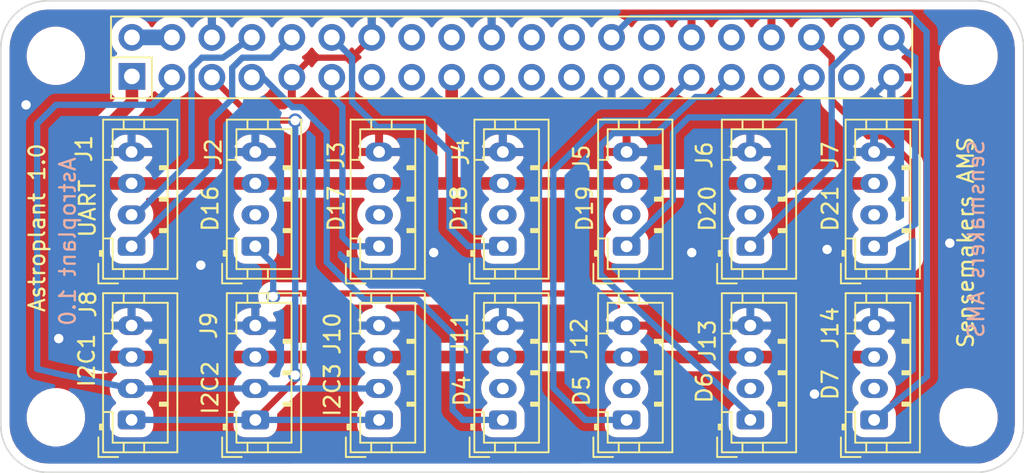
<source format=kicad_pcb>
(kicad_pcb (version 20171130) (host pcbnew "(5.1.4-0-10_14)")
  (title_block (date "15 nov 2012"))
  (layers (0 F.Cu signal hide) (31 B.Cu signal hide) (34 B.Paste user hide) (35 F.Paste user hide) (36 B.SilkS user hide) (37 F.SilkS user) (38 B.Mask user) (39 F.Mask user hide) (44 Edge.Cuts user))
  (net 0 "")
  (net 1 +3V3)
  (net 2 +5V)
  (net 3 GND)
  (net 4 /ID_SD)
  (net 5 /ID_SC)
  (net 6 /GPIO5)
  (net 7 /GPIO6)
  (net 8 /GPIO26)
  (net 9 /GPIO16)
  (net 10 /RXD0)
  (net 11 /TXD0)
  (net 12 "Net-(J2-Pad2)")
  (net 13 /GPIO17)
  (net 14 "Net-(J3-Pad2)")
  (net 15 "Net-(J4-Pad2)")
  (net 16 /GPIO18)
  (net 17 /GPIO19)
  (net 18 "Net-(J5-Pad2)")
  (net 19 "Net-(J6-Pad2)")
  (net 20 /GPIO20)
  (net 21 "Net-(J7-Pad2)")
  (net 22 /GPIO21)
  (net 23 /SCL1)
  (net 24 /SDA1)
  (net 25 "Net-(J11-Pad2)")
  (net 26 /GPIO4)
  (net 27 "Net-(J12-Pad2)")
  (net 28 "Net-(J13-Pad2)")
  (net 29 /GPIO7)
  (net 30 "Net-(J14-Pad2)")
  (net 31 /GPIO27)
  (net 32 /GPIO22)
  (net 33 /GPIO10)
  (net 34 /GPIO9)
  (net 35 /GPIO11)
  (net 36 /GPIO13)
  (net 37 /GPIO23)
  (net 38 /GPIO24)
  (net 39 /GPIO25)
  (net 40 /GPIO8)
  (net 41 /GPIO12)
  (module MountingHole:MountingHole_2.7mm (layer F.Cu) (at 261.5 120.5)
    (fp_text reference H4 hide)
    (fp_text value MountingHole)
    (pad "" np_thru_hole circle (at 0 0) (size 2.7 2.7) (drill 2.7) (layers *.Cu *.Mask))
  )
  (module MountingHole:MountingHole_2.7mm (layer F.Cu) (at 261.5 97.5)
    (fp_text reference H3 hide)
    (fp_text value MountingHole)
    (pad "" np_thru_hole circle (at 0 0) (size 2.7 2.7) (drill 2.7) (layers *.Cu *.Mask))
  )
  (module MountingHole:MountingHole_2.7mm (layer F.Cu) (at 203.5 120.5)
    (fp_text reference H2 hide)
    (fp_text value MountingHole)
    (pad "" np_thru_hole circle (at 0 0) (size 2.7 2.7) (drill 2.7) (layers *.Cu *.Mask))
  )
  (module MountingHole:MountingHole_2.7mm (layer F.Cu) (at 203.5 97.5)
    (fp_text reference H1 hide)
    (fp_text value MountingHole)
    (pad "" np_thru_hole circle (at 0 0) (size 2.7 2.7) (drill 2.7) (layers *.Cu *.Mask))
  )
  (module Connector_PinSocket_2.54mm:PinSocket_2x20_P2.54mm_Vertical (layer F.Cu) (at 208.33374 96.3298 90)
    (fp_text reference J15 hide)
    (fp_text value Conn_02x20_Pi)
    (pad 39 thru_hole oval (at -2.54 48.26 90) (size 1.7 1.7) (drill 1) (layers *.Cu *.Mask) (net 3 GND))
    (pad 40 thru_hole oval (at 0 48.26 90) (size 1.7 1.7) (drill 1) (layers *.Cu *.Mask) (net 22 /GPIO21))
    (pad 37 thru_hole oval (at -2.54 45.72 90) (size 1.7 1.7) (drill 1) (layers *.Cu *.Mask) (net 8 /GPIO26))
    (pad 38 thru_hole oval (at 0 45.72 90) (size 1.7 1.7) (drill 1) (layers *.Cu *.Mask) (net 20 /GPIO20))
    (pad 35 thru_hole oval (at -2.54 43.18 90) (size 1.7 1.7) (drill 1) (layers *.Cu *.Mask) (net 17 /GPIO19))
    (pad 36 thru_hole oval (at 0 43.18 90) (size 1.7 1.7) (drill 1) (layers *.Cu *.Mask) (net 9 /GPIO16))
    (pad 33 thru_hole oval (at -2.54 40.64 90) (size 1.7 1.7) (drill 1) (layers *.Cu *.Mask) (net 36 /GPIO13))
    (pad 34 thru_hole oval (at 0 40.64 90) (size 1.7 1.7) (drill 1) (layers *.Cu *.Mask) (net 3 GND))
    (pad 31 thru_hole oval (at -2.54 38.1 90) (size 1.7 1.7) (drill 1) (layers *.Cu *.Mask) (net 7 /GPIO6))
    (pad 32 thru_hole oval (at 0 38.1 90) (size 1.7 1.7) (drill 1) (layers *.Cu *.Mask) (net 41 /GPIO12))
    (pad 29 thru_hole oval (at -2.54 35.56 90) (size 1.7 1.7) (drill 1) (layers *.Cu *.Mask) (net 6 /GPIO5))
    (pad 30 thru_hole oval (at 0 35.56 90) (size 1.7 1.7) (drill 1) (layers *.Cu *.Mask) (net 3 GND))
    (pad 27 thru_hole oval (at -2.54 33.02 90) (size 1.7 1.7) (drill 1) (layers *.Cu *.Mask) (net 4 /ID_SD))
    (pad 28 thru_hole oval (at 0 33.02 90) (size 1.7 1.7) (drill 1) (layers *.Cu *.Mask) (net 5 /ID_SC))
    (pad 25 thru_hole oval (at -2.54 30.48 90) (size 1.7 1.7) (drill 1) (layers *.Cu *.Mask) (net 3 GND))
    (pad 26 thru_hole oval (at 0 30.48 90) (size 1.7 1.7) (drill 1) (layers *.Cu *.Mask) (net 29 /GPIO7))
    (pad 23 thru_hole oval (at -2.54 27.94 90) (size 1.7 1.7) (drill 1) (layers *.Cu *.Mask) (net 35 /GPIO11))
    (pad 24 thru_hole oval (at 0 27.94 90) (size 1.7 1.7) (drill 1) (layers *.Cu *.Mask) (net 40 /GPIO8))
    (pad 21 thru_hole oval (at -2.54 25.4 90) (size 1.7 1.7) (drill 1) (layers *.Cu *.Mask) (net 34 /GPIO9))
    (pad 22 thru_hole oval (at 0 25.4 90) (size 1.7 1.7) (drill 1) (layers *.Cu *.Mask) (net 39 /GPIO25))
    (pad 19 thru_hole oval (at -2.54 22.86 90) (size 1.7 1.7) (drill 1) (layers *.Cu *.Mask) (net 33 /GPIO10))
    (pad 20 thru_hole oval (at 0 22.86 90) (size 1.7 1.7) (drill 1) (layers *.Cu *.Mask) (net 3 GND))
    (pad 17 thru_hole oval (at -2.54 20.32 90) (size 1.7 1.7) (drill 1) (layers *.Cu *.Mask) (net 1 +3V3))
    (pad 18 thru_hole oval (at 0 20.32 90) (size 1.7 1.7) (drill 1) (layers *.Cu *.Mask) (net 38 /GPIO24))
    (pad 15 thru_hole oval (at -2.54 17.78 90) (size 1.7 1.7) (drill 1) (layers *.Cu *.Mask) (net 32 /GPIO22))
    (pad 16 thru_hole oval (at 0 17.78 90) (size 1.7 1.7) (drill 1) (layers *.Cu *.Mask) (net 37 /GPIO23))
    (pad 13 thru_hole oval (at -2.54 15.24 90) (size 1.7 1.7) (drill 1) (layers *.Cu *.Mask) (net 31 /GPIO27))
    (pad 14 thru_hole oval (at 0 15.24 90) (size 1.7 1.7) (drill 1) (layers *.Cu *.Mask) (net 3 GND))
    (pad 11 thru_hole oval (at -2.54 12.7 90) (size 1.7 1.7) (drill 1) (layers *.Cu *.Mask) (net 13 /GPIO17))
    (pad 12 thru_hole oval (at 0 12.7 90) (size 1.7 1.7) (drill 1) (layers *.Cu *.Mask) (net 16 /GPIO18))
    (pad 9 thru_hole oval (at -2.54 10.16 90) (size 1.7 1.7) (drill 1) (layers *.Cu *.Mask) (net 3 GND))
    (pad 10 thru_hole oval (at 0 10.16 90) (size 1.7 1.7) (drill 1) (layers *.Cu *.Mask) (net 10 /RXD0))
    (pad 7 thru_hole oval (at -2.54 7.62 90) (size 1.7 1.7) (drill 1) (layers *.Cu *.Mask) (net 26 /GPIO4))
    (pad 8 thru_hole oval (at 0 7.62 90) (size 1.7 1.7) (drill 1) (layers *.Cu *.Mask) (net 11 /TXD0))
    (pad 5 thru_hole oval (at -2.54 5.08 90) (size 1.7 1.7) (drill 1) (layers *.Cu *.Mask) (net 23 /SCL1))
    (pad 6 thru_hole oval (at 0 5.08 90) (size 1.7 1.7) (drill 1) (layers *.Cu *.Mask) (net 3 GND))
    (pad 3 thru_hole oval (at -2.54 2.54 90) (size 1.7 1.7) (drill 1) (layers *.Cu *.Mask) (net 24 /SDA1))
    (pad 4 thru_hole oval (at 0 2.54 90) (size 1.7 1.7) (drill 1) (layers *.Cu *.Mask) (net 2 +5V))
    (pad 1 thru_hole rect (at -2.47904 0 90) (size 1.7 1.7) (drill 1) (layers *.Cu *.Mask) (net 1 +3V3))
    (pad 2 thru_hole circle (at 0 0 90) (size 1.7 1.7) (drill 1) (layers *.Cu *.Mask) (net 2 +5V))
  )
  (module Connector_JST:JST_PH_B4B-PH-K_1x04_P2.00mm_Vertical (layer F.Cu) (at 208.3109 109.6198 90)
    (fp_text reference J1 (at 6.2161 -3.02008 90) (layer F.SilkS))
    (fp_text value UART (at 2.40118 -2.8 90) (layer F.SilkS))
    (pad 1 thru_hole roundrect (at 0 0 90) (size 1.2 1.75) (drill 0.75) (layers *.Cu *.Mask) (roundrect_rratio 0.208333) (net 10 /RXD0))
    (pad 2 thru_hole oval (at 2 0 90) (size 1.2 1.75) (drill 0.75) (layers *.Cu *.Mask) (net 11 /TXD0))
    (pad 3 thru_hole oval (at 4 0 90) (size 1.2 1.75) (drill 0.75) (layers *.Cu *.Mask) (net 1 +3V3))
    (pad 4 thru_hole oval (at 6 0 90) (size 1.2 1.75) (drill 0.75) (layers *.Cu *.Mask) (net 3 GND))
  )
  (module Connector_JST:JST_PH_B4B-PH-K_1x04_P2.00mm_Vertical (layer F.Cu) (at 216.175583 109.6198 90)
    (fp_text reference J2 (at 6.00118 -2.664683 90) (layer F.SilkS))
    (fp_text value D16 (at 2.40118 -2.864683 90) (layer F.SilkS))
    (pad 4 thru_hole oval (at 6 0 90) (size 1.2 1.75) (drill 0.75) (layers *.Cu *.Mask) (net 3 GND))
    (pad 3 thru_hole oval (at 4 0 90) (size 1.2 1.75) (drill 0.75) (layers *.Cu *.Mask) (net 1 +3V3))
    (pad 2 thru_hole oval (at 2 0 90) (size 1.2 1.75) (drill 0.75) (layers *.Cu *.Mask) (net 12 "Net-(J2-Pad2)"))
    (pad 1 thru_hole roundrect (at 0 0 90) (size 1.2 1.75) (drill 0.75) (layers *.Cu *.Mask) (roundrect_rratio 0.208333) (net 9 /GPIO16))
  )
  (module Connector_JST:JST_PH_B4B-PH-K_1x04_P2.00mm_Vertical (layer F.Cu) (at 224.040266 109.6198 90)
    (fp_text reference J3 (at 5.80118 -2.729366 90) (layer F.SilkS))
    (fp_text value D17 (at 2.40118 -2.729366 90) (layer F.SilkS))
    (pad 1 thru_hole roundrect (at 0 0 90) (size 1.2 1.75) (drill 0.75) (layers *.Cu *.Mask) (roundrect_rratio 0.208333) (net 13 /GPIO17))
    (pad 2 thru_hole oval (at 2 0 90) (size 1.2 1.75) (drill 0.75) (layers *.Cu *.Mask) (net 14 "Net-(J3-Pad2)"))
    (pad 3 thru_hole oval (at 4 0 90) (size 1.2 1.75) (drill 0.75) (layers *.Cu *.Mask) (net 1 +3V3))
    (pad 4 thru_hole oval (at 6 0 90) (size 1.2 1.75) (drill 0.75) (layers *.Cu *.Mask) (net 3 GND))
  )
  (module Connector_JST:JST_PH_B4B-PH-K_1x04_P2.00mm_Vertical (layer F.Cu) (at 231.904949 109.6198 90)
    (fp_text reference J4 (at 6.00118 -2.667 90) (layer F.SilkS))
    (fp_text value D18 (at 2.40118 -2.794049 90) (layer F.SilkS))
    (pad 4 thru_hole oval (at 6 0 90) (size 1.2 1.75) (drill 0.75) (layers *.Cu *.Mask) (net 3 GND))
    (pad 3 thru_hole oval (at 4 0 90) (size 1.2 1.75) (drill 0.75) (layers *.Cu *.Mask) (net 1 +3V3))
    (pad 2 thru_hole oval (at 2 0 90) (size 1.2 1.75) (drill 0.75) (layers *.Cu *.Mask) (net 15 "Net-(J4-Pad2)"))
    (pad 1 thru_hole roundrect (at 0 0 90) (size 1.2 1.75) (drill 0.75) (layers *.Cu *.Mask) (roundrect_rratio 0.208333) (net 16 /GPIO18))
  )
  (module Connector_JST:JST_PH_B4B-PH-K_1x04_P2.00mm_Vertical (layer F.Cu) (at 239.769632 109.6198 90)
    (fp_text reference J5 (at 5.60118 -2.858732 90) (layer F.SilkS))
    (fp_text value D19 (at 2.40118 -2.658732 90) (layer F.SilkS))
    (pad 1 thru_hole roundrect (at 0 0 90) (size 1.2 1.75) (drill 0.75) (layers *.Cu *.Mask) (roundrect_rratio 0.208333) (net 17 /GPIO19))
    (pad 2 thru_hole oval (at 2 0 90) (size 1.2 1.75) (drill 0.75) (layers *.Cu *.Mask) (net 18 "Net-(J5-Pad2)"))
    (pad 3 thru_hole oval (at 4 0 90) (size 1.2 1.75) (drill 0.75) (layers *.Cu *.Mask) (net 1 +3V3))
    (pad 4 thru_hole oval (at 6 0 90) (size 1.2 1.75) (drill 0.75) (layers *.Cu *.Mask) (net 3 GND))
  )
  (module Connector_JST:JST_PH_B4B-PH-K_1x04_P2.00mm_Vertical (layer F.Cu) (at 247.634315 109.6198 90)
    (fp_text reference J6 (at 5.80118 -2.923415 90) (layer F.SilkS))
    (fp_text value D20 (at 2.40118 -2.723415 90) (layer F.SilkS))
    (pad 4 thru_hole oval (at 6 0 90) (size 1.2 1.75) (drill 0.75) (layers *.Cu *.Mask) (net 3 GND))
    (pad 3 thru_hole oval (at 4 0 90) (size 1.2 1.75) (drill 0.75) (layers *.Cu *.Mask) (net 1 +3V3))
    (pad 2 thru_hole oval (at 2 0 90) (size 1.2 1.75) (drill 0.75) (layers *.Cu *.Mask) (net 19 "Net-(J6-Pad2)"))
    (pad 1 thru_hole roundrect (at 0 0 90) (size 1.2 1.75) (drill 0.75) (layers *.Cu *.Mask) (roundrect_rratio 0.208333) (net 20 /GPIO20))
  )
  (module Connector_JST:JST_PH_B4B-PH-K_1x04_P2.00mm_Vertical (layer F.Cu) (at 255.499 109.6198 90)
    (fp_text reference J7 (at 5.80118 -2.7881 90) (layer F.SilkS))
    (fp_text value D21 (at 2.40118 -2.7881 90) (layer F.SilkS))
    (pad 4 thru_hole oval (at 6 0 90) (size 1.2 1.75) (drill 0.75) (layers *.Cu *.Mask) (net 3 GND))
    (pad 3 thru_hole oval (at 4 0 90) (size 1.2 1.75) (drill 0.75) (layers *.Cu *.Mask) (net 1 +3V3))
    (pad 2 thru_hole oval (at 2 0 90) (size 1.2 1.75) (drill 0.75) (layers *.Cu *.Mask) (net 21 "Net-(J7-Pad2)"))
    (pad 1 thru_hole roundrect (at 0 0 90) (size 1.2 1.75) (drill 0.75) (layers *.Cu *.Mask) (roundrect_rratio 0.208333) (net 22 /GPIO21))
  )
  (module Connector_JST:JST_PH_B4B-PH-K_1x04_P2.00mm_Vertical (layer F.Cu) (at 208.3109 120.663 90)
    (fp_text reference J8 (at 7.366 -2.76354 90) (layer F.SilkS))
    (fp_text value I2C1 (at 3.78206 -2.8499 90) (layer F.SilkS))
    (pad 1 thru_hole roundrect (at 0 0 90) (size 1.2 1.75) (drill 0.75) (layers *.Cu *.Mask) (roundrect_rratio 0.208333) (net 23 /SCL1))
    (pad 2 thru_hole oval (at 2 0 90) (size 1.2 1.75) (drill 0.75) (layers *.Cu *.Mask) (net 24 /SDA1))
    (pad 3 thru_hole oval (at 4 0 90) (size 1.2 1.75) (drill 0.75) (layers *.Cu *.Mask) (net 1 +3V3))
    (pad 4 thru_hole oval (at 6 0 90) (size 1.2 1.75) (drill 0.75) (layers *.Cu *.Mask) (net 3 GND))
  )
  (module Connector_JST:JST_PH_B4B-PH-K_1x04_P2.00mm_Vertical (layer F.Cu) (at 216.175583 120.663 90)
    (fp_text reference J9 (at 5.99948 -2.952343 90) (layer F.SilkS))
    (fp_text value I2C2 (at 2.04438 -2.864683 90) (layer F.SilkS))
    (pad 4 thru_hole oval (at 6 0 90) (size 1.2 1.75) (drill 0.75) (layers *.Cu *.Mask) (net 3 GND))
    (pad 3 thru_hole oval (at 4 0 90) (size 1.2 1.75) (drill 0.75) (layers *.Cu *.Mask) (net 1 +3V3))
    (pad 2 thru_hole oval (at 2 0 90) (size 1.2 1.75) (drill 0.75) (layers *.Cu *.Mask) (net 24 /SDA1))
    (pad 1 thru_hole roundrect (at 0 0 90) (size 1.2 1.75) (drill 0.75) (layers *.Cu *.Mask) (roundrect_rratio 0.208333) (net 23 /SCL1))
  )
  (module Connector_JST:JST_PH_B4B-PH-K_1x04_P2.00mm_Vertical (layer F.Cu) (at 224.040266 120.663 90)
    (fp_text reference J10 (at 5.48894 -2.970966 90) (layer F.SilkS))
    (fp_text value I2C3 (at 1.90754 -2.970966 90) (layer F.SilkS))
    (pad 1 thru_hole roundrect (at 0 0 90) (size 1.2 1.75) (drill 0.75) (layers *.Cu *.Mask) (roundrect_rratio 0.208333) (net 23 /SCL1))
    (pad 2 thru_hole oval (at 2 0 90) (size 1.2 1.75) (drill 0.75) (layers *.Cu *.Mask) (net 24 /SDA1))
    (pad 3 thru_hole oval (at 4 0 90) (size 1.2 1.75) (drill 0.75) (layers *.Cu *.Mask) (net 1 +3V3))
    (pad 4 thru_hole oval (at 6 0 90) (size 1.2 1.75) (drill 0.75) (layers *.Cu *.Mask) (net 3 GND))
  )
  (module Connector_JST:JST_PH_B4B-PH-K_1x04_P2.00mm_Vertical (layer F.Cu) (at 231.904949 120.663 90)
    (fp_text reference J11 (at 5.48894 -2.733049 90) (layer F.SilkS))
    (fp_text value D4 (at 1.84438 -2.594049 90) (layer F.SilkS))
    (pad 4 thru_hole oval (at 6 0 90) (size 1.2 1.75) (drill 0.75) (layers *.Cu *.Mask) (net 3 GND))
    (pad 3 thru_hole oval (at 4 0 90) (size 1.2 1.75) (drill 0.75) (layers *.Cu *.Mask) (net 1 +3V3))
    (pad 2 thru_hole oval (at 2 0 90) (size 1.2 1.75) (drill 0.75) (layers *.Cu *.Mask) (net 25 "Net-(J11-Pad2)"))
    (pad 1 thru_hole roundrect (at 0 0 90) (size 1.2 1.75) (drill 0.75) (layers *.Cu *.Mask) (roundrect_rratio 0.208333) (net 26 /GPIO4))
  )
  (module Connector_JST:JST_PH_B4B-PH-K_1x04_P2.00mm_Vertical (layer F.Cu) (at 239.769632 120.663 90)
    (fp_text reference J12 (at 5.14858 -3.008212 90) (layer F.SilkS))
    (fp_text value D5 (at 1.84438 -2.858732 90) (layer F.SilkS))
    (pad 1 thru_hole roundrect (at 0 0 90) (size 1.2 1.75) (drill 0.75) (layers *.Cu *.Mask) (roundrect_rratio 0.208333) (net 6 /GPIO5))
    (pad 2 thru_hole oval (at 2 0 90) (size 1.2 1.75) (drill 0.75) (layers *.Cu *.Mask) (net 27 "Net-(J12-Pad2)"))
    (pad 3 thru_hole oval (at 4 0 90) (size 1.2 1.75) (drill 0.75) (layers *.Cu *.Mask) (net 1 +3V3))
    (pad 4 thru_hole oval (at 6 0 90) (size 1.2 1.75) (drill 0.75) (layers *.Cu *.Mask) (net 3 GND))
  )
  (module Connector_JST:JST_PH_B4B-PH-K_1x04_P2.00mm_Vertical (layer F.Cu) (at 247.634315 120.663 90)
    (fp_text reference J13 (at 5.04438 -2.723415 90) (layer F.SilkS))
    (fp_text value D6 (at 2.04438 -2.923415 90) (layer F.SilkS))
    (pad 4 thru_hole oval (at 6 0 90) (size 1.2 1.75) (drill 0.75) (layers *.Cu *.Mask) (net 3 GND))
    (pad 3 thru_hole oval (at 4 0 90) (size 1.2 1.75) (drill 0.75) (layers *.Cu *.Mask) (net 1 +3V3))
    (pad 2 thru_hole oval (at 2 0 90) (size 1.2 1.75) (drill 0.75) (layers *.Cu *.Mask) (net 28 "Net-(J13-Pad2)"))
    (pad 1 thru_hole roundrect (at 0 0 90) (size 1.2 1.75) (drill 0.75) (layers *.Cu *.Mask) (roundrect_rratio 0.208333) (net 7 /GPIO6))
  )
  (module Connector_JST:JST_PH_B4B-PH-K_1x04_P2.00mm_Vertical (layer F.Cu) (at 255.499 120.663 90)
    (fp_text reference J14 (at 5.84438 -2.7881 90) (layer F.SilkS))
    (fp_text value D7 (at 2.24438 -2.7881 90) (layer F.SilkS))
    (pad 1 thru_hole roundrect (at 0 0 90) (size 1.2 1.75) (drill 0.75) (layers *.Cu *.Mask) (roundrect_rratio 0.208333) (net 29 /GPIO7))
    (pad 2 thru_hole oval (at 2 0 90) (size 1.2 1.75) (drill 0.75) (layers *.Cu *.Mask) (net 30 "Net-(J14-Pad2)"))
    (pad 3 thru_hole oval (at 4 0 90) (size 1.2 1.75) (drill 0.75) (layers *.Cu *.Mask) (net 1 +3V3))
    (pad 4 thru_hole oval (at 6 0 90) (size 1.2 1.75) (drill 0.75) (layers *.Cu *.Mask) (net 3 GND))
  )
  (gr_text "Astroplant 1.0" (at 202.30632 108.43544 90) (layer F.SilkS) (effects (font (size 1 1))))
  (gr_text "Sensemakers AMS" (at 261.32322 109.37524 90) (layer F.SilkS) (effects (font (size 1 1))))
  (gr_text "Astroplant 1.0" (at 204.24942 109.31936 90) (layer B.SilkS) (effects (font (size 1 1)) (justify mirror)))
  (gr_text "Sensmakers AMS" (at 261.9887 109.14918 90) (layer B.SilkS) (effects (font (size 1 1)) (justify mirror)))
  (gr_arc (start 262 121) (end 265 121) (angle 86.1) (layer Edge.Cuts) (width 0.1))
  (gr_arc (start 203 121) (end 203 124) (angle 90) (layer Edge.Cuts) (width 0.1))
  (gr_line (start 265 121) (end 265 97) (layer Edge.Cuts) (width 0.1))
  (gr_line (start 262.204046 123.993053) (end 203 124) (layer Edge.Cuts) (width 0.1))
  (gr_arc (start 262 97) (end 262 94) (angle 90) (layer Edge.Cuts) (width 0.1))
  (gr_arc (start 203 97) (end 200 97) (angle 90) (layer Edge.Cuts) (width 0.1))
  (gr_line (start 200 97) (end 200 121) (layer Edge.Cuts) (width 0.1))
  (gr_line (start 262 94) (end 203 94) (layer Edge.Cuts) (width 0.1))
  (segment (start 208.3109 116.663) (end 255.499 116.663) (width 0.8) (layer F.Cu) (net 1))
  (segment (start 208.33374 100.45884) (end 205.57396 103.21862) (width 0.8) (layer F.Cu) (net 1))
  (segment (start 208.33374 98.80884) (end 208.33374 100.45884) (width 0.8) (layer F.Cu) (net 1))
  (segment (start 205.71208 105.6198) (end 205.57396 105.48168) (width 0.8) (layer F.Cu) (net 1))
  (segment (start 208.3109 105.6198) (end 205.71208 105.6198) (width 0.8) (layer F.Cu) (net 1))
  (segment (start 205.57396 103.21862) (end 205.57396 105.48168) (width 0.8) (layer F.Cu) (net 1))
  (segment (start 206.6359 116.663) (end 206.48028 116.81862) (width 0.8) (layer F.Cu) (net 1))
  (segment (start 208.3109 116.663) (end 206.6359 116.663) (width 0.8) (layer F.Cu) (net 1))
  (segment (start 206.48028 116.81862) (end 206.1109 116.81862) (width 0.8) (layer F.Cu) (net 1))
  (segment (start 205.57396 116.28168) (end 205.57396 113.75556) (width 0.8) (layer F.Cu) (net 1))
  (segment (start 206.1109 116.81862) (end 205.57396 116.28168) (width 0.8) (layer F.Cu) (net 1))
  (segment (start 205.57396 113.75556) (end 205.57396 114.20106) (width 0.8) (layer F.Cu) (net 1))
  (segment (start 205.57396 105.48168) (end 205.57396 113.75556) (width 0.8) (layer F.Cu) (net 1))
  (segment (start 228.65374 98.8698) (end 228.65374 105.36382) (width 0.8) (layer F.Cu) (net 1))
  (segment (start 228.90972 105.6198) (end 255.499 105.6198) (width 0.8) (layer F.Cu) (net 1))
  (segment (start 228.65374 105.36382) (end 228.90972 105.6198) (width 0.8) (layer F.Cu) (net 1))
  (segment (start 208.3109 105.6198) (end 228.90972 105.6198) (width 0.8) (layer F.Cu) (net 1))
  (segment (start 208.33374 96.3298) (end 210.87374 96.3298) (width 1) (layer B.Cu) (net 2))
  (segment (start 222.723741 97.179799) (end 223.57374 96.3298) (width 0.4) (layer F.Cu) (net 3))
  (segment (start 222.283741 97.619799) (end 222.723741 97.179799) (width 0.4) (layer F.Cu) (net 3))
  (segment (start 219.743741 97.619799) (end 222.283741 97.619799) (width 0.4) (layer F.Cu) (net 3))
  (segment (start 218.49374 98.8698) (end 219.743741 97.619799) (width 0.4) (layer F.Cu) (net 3))
  (segment (start 255.499 103.6198) (end 247.634315 103.6198) (width 0.4) (layer F.Cu) (net 3))
  (segment (start 255.499 99.96454) (end 256.1109 99.35264) (width 0.4) (layer B.Cu) (net 3))
  (segment (start 255.499 103.6198) (end 255.499 99.96454) (width 0.4) (layer B.Cu) (net 3))
  (segment (start 256.1109 99.35264) (end 256.59374 98.8698) (width 0.4) (layer B.Cu) (net 3))
  (via (at 252.5109 109.81862) (size 0.9) (drill 0.6) (layers F.Cu B.Cu) (net 3))
  (via (at 243.9109 110.01862) (size 0.9) (drill 0.6) (layers F.Cu B.Cu) (net 3))
  (via (at 227.5109 110.01862) (size 0.9) (drill 0.6) (layers F.Cu B.Cu) (net 3))
  (via (at 212.7109 110.81862) (size 0.9) (drill 0.6) (layers F.Cu B.Cu) (net 3))
  (via (at 251.7109 119.01862) (size 0.9) (drill 0.6) (layers F.Cu B.Cu) (net 3))
  (via (at 201.60528 100.61986) (size 0.9) (drill 0.6) (layers F.Cu B.Cu) (net 3))
  (via (at 260.3109 109.41862) (size 0.9) (drill 0.6) (layers F.Cu B.Cu) (net 3))
  (via (at 203.683 115.48902) (size 0.9) (drill 0.6) (layers F.Cu B.Cu) (net 3))
  (segment (start 237.15528 120.663) (end 239.769632 120.663) (width 0.4) (layer B.Cu) (net 6))
  (segment (start 243.89374 98.8698) (end 241.14492 101.61862) (width 0.4) (layer B.Cu) (net 6))
  (segment (start 235.1109 104.81862) (end 235.1109 118.61862) (width 0.4) (layer B.Cu) (net 6))
  (segment (start 235.1109 118.61862) (end 237.15528 120.663) (width 0.4) (layer B.Cu) (net 6))
  (segment (start 238.3109 101.61862) (end 235.1109 104.81862) (width 0.4) (layer B.Cu) (net 6))
  (segment (start 241.14492 101.61862) (end 238.3109 101.61862) (width 0.4) (layer B.Cu) (net 6))
  (segment (start 245.583741 99.719799) (end 246.43374 98.8698) (width 0.4) (layer B.Cu) (net 7))
  (segment (start 245.183739 100.119801) (end 245.583741 99.719799) (width 0.4) (layer B.Cu) (net 7))
  (segment (start 244.161177 100.119801) (end 245.183739 100.119801) (width 0.4) (layer B.Cu) (net 7))
  (segment (start 241.661188 102.41862) (end 244.161177 100.119801) (width 0.4) (layer B.Cu) (net 7))
  (segment (start 238.9109 102.41862) (end 241.661188 102.41862) (width 0.4) (layer B.Cu) (net 7))
  (segment (start 238.1109 103.205583) (end 238.9109 102.41862) (width 0.4) (layer B.Cu) (net 7))
  (segment (start 238.1109 111.41862) (end 238.1109 103.205583) (width 0.4) (layer B.Cu) (net 7))
  (segment (start 247.634315 120.352227) (end 238.1109 111.41862) (width 0.4) (layer B.Cu) (net 7))
  (segment (start 247.634315 120.663) (end 247.634315 120.352227) (width 0.4) (layer B.Cu) (net 7))
  (segment (start 256.188217 102.61979) (end 257.9109 104.342473) (width 0.4) (layer F.Cu) (net 9))
  (segment (start 255.11207 102.61979) (end 256.188217 102.61979) (width 0.4) (layer F.Cu) (net 9))
  (segment (start 252.803739 100.311459) (end 255.11207 102.61979) (width 0.4) (layer F.Cu) (net 9))
  (segment (start 252.803739 97.619799) (end 252.803739 100.311459) (width 0.4) (layer F.Cu) (net 9))
  (segment (start 251.51374 96.3298) (end 252.803739 97.619799) (width 0.4) (layer F.Cu) (net 9))
  (segment (start 257.9109 104.342473) (end 257.9109 110.41862) (width 0.4) (layer F.Cu) (net 9))
  (segment (start 257.9109 110.41862) (end 255.7109 112.61862) (width 0.4) (layer F.Cu) (net 9))
  (via (at 217.3109 112.81862) (size 0.9) (drill 0.6) (layers F.Cu B.Cu) (net 9))
  (segment (start 217.5109 112.61862) (end 217.3109 112.81862) (width 0.4) (layer F.Cu) (net 9))
  (segment (start 255.7109 112.61862) (end 217.5109 112.61862) (width 0.4) (layer F.Cu) (net 9))
  (segment (start 217.3109 110.755117) (end 216.175583 109.6198) (width 0.4) (layer B.Cu) (net 9))
  (segment (start 217.3109 112.81862) (end 217.3109 110.755117) (width 0.4) (layer B.Cu) (net 9))
  (segment (start 213.41149 104.51921) (end 208.3109 109.6198) (width 0.4) (layer B.Cu) (net 10))
  (segment (start 214.703739 98.269799) (end 214.703739 100.225781) (width 0.4) (layer B.Cu) (net 10))
  (segment (start 214.703739 100.225781) (end 213.41149 101.51803) (width 0.4) (layer B.Cu) (net 10))
  (segment (start 213.41149 101.51803) (end 213.41149 104.51921) (width 0.4) (layer B.Cu) (net 10))
  (segment (start 217.203741 97.619799) (end 215.353739 97.619799) (width 0.4) (layer B.Cu) (net 10))
  (segment (start 215.353739 97.619799) (end 214.703739 98.269799) (width 0.4) (layer B.Cu) (net 10))
  (segment (start 218.49374 96.3298) (end 217.203741 97.619799) (width 0.4) (layer B.Cu) (net 10))
  (segment (start 208.5859 107.6198) (end 208.3109 107.6198) (width 0.4) (layer B.Cu) (net 11))
  (segment (start 212.123741 104.081959) (end 208.5859 107.6198) (width 0.4) (layer B.Cu) (net 11))
  (segment (start 212.123741 98.269799) (end 212.123741 104.081959) (width 0.4) (layer B.Cu) (net 11))
  (segment (start 212.773741 97.619799) (end 212.123741 98.269799) (width 0.4) (layer B.Cu) (net 11))
  (segment (start 214.1109 97.619799) (end 212.773741 97.619799) (width 0.4) (layer B.Cu) (net 11))
  (segment (start 215.95374 96.3298) (end 214.1109 97.619799) (width 0.4) (layer B.Cu) (net 11))
  (segment (start 221.03374 100.071881) (end 221.7109 100.749041) (width 0.4) (layer B.Cu) (net 13))
  (segment (start 221.03374 98.8698) (end 221.03374 100.071881) (width 0.4) (layer B.Cu) (net 13))
  (segment (start 221.7109 100.749041) (end 221.7109 109.01862) (width 0.4) (layer B.Cu) (net 13))
  (segment (start 222.31208 109.6198) (end 224.040266 109.6198) (width 0.4) (layer B.Cu) (net 13))
  (segment (start 221.7109 109.01862) (end 222.31208 109.6198) (width 0.4) (layer B.Cu) (net 13))
  (segment (start 228.5109 108.41862) (end 229.71208 109.6198) (width 0.4) (layer B.Cu) (net 16))
  (segment (start 228.5109 103.61862) (end 228.5109 108.41862) (width 0.4) (layer B.Cu) (net 16))
  (segment (start 229.71208 109.6198) (end 231.904949 109.6198) (width 0.4) (layer B.Cu) (net 16))
  (segment (start 226.9109 102.01862) (end 228.5109 103.61862) (width 0.4) (layer B.Cu) (net 16))
  (segment (start 223.9109 102.01862) (end 226.9109 102.01862) (width 0.4) (layer B.Cu) (net 16))
  (segment (start 222.323739 100.431459) (end 223.9109 102.01862) (width 0.4) (layer B.Cu) (net 16))
  (segment (start 222.323739 97.619799) (end 222.323739 100.431459) (width 0.4) (layer B.Cu) (net 16))
  (segment (start 221.03374 96.3298) (end 222.323739 97.619799) (width 0.4) (layer B.Cu) (net 16))
  (segment (start 251.51374 98.8698) (end 248.96492 101.41862) (width 0.4) (layer B.Cu) (net 17))
  (segment (start 248.96492 101.41862) (end 243.7109 101.41862) (width 0.4) (layer B.Cu) (net 17))
  (segment (start 243.7109 101.41862) (end 242.7109 102.41862) (width 0.4) (layer B.Cu) (net 17))
  (segment (start 242.7109 106.678532) (end 239.769632 109.6198) (width 0.4) (layer B.Cu) (net 17))
  (segment (start 242.7109 102.41862) (end 242.7109 106.678532) (width 0.4) (layer B.Cu) (net 17))
  (segment (start 248.305025 108.94909) (end 247.634315 109.6198) (width 0.4) (layer B.Cu) (net 20))
  (segment (start 252.803739 104.450376) (end 248.305025 108.94909) (width 0.4) (layer B.Cu) (net 20))
  (segment (start 252.803739 98.269799) (end 252.803739 104.450376) (width 0.4) (layer B.Cu) (net 20))
  (segment (start 254.05374 97.019798) (end 252.803739 98.269799) (width 0.4) (layer B.Cu) (net 20))
  (segment (start 254.05374 96.3298) (end 254.05374 97.019798) (width 0.4) (layer B.Cu) (net 20))
  (segment (start 257.443739 97.179799) (end 256.59374 96.3298) (width 0.4) (layer B.Cu) (net 22))
  (segment (start 258.1109 97.61862) (end 257.443739 97.179799) (width 0.4) (layer B.Cu) (net 22))
  (segment (start 258.1109 108.21862) (end 258.1109 97.61862) (width 0.4) (layer B.Cu) (net 22))
  (segment (start 255.499 109.6198) (end 258.1109 108.21862) (width 0.4) (layer B.Cu) (net 22))
  (segment (start 209.2859 120.663) (end 224.040266 120.663) (width 0.4) (layer B.Cu) (net 23))
  (segment (start 208.3109 120.663) (end 209.2859 120.663) (width 0.4) (layer B.Cu) (net 23))
  (via (at 218.7109 101.61862) (size 0.9) (drill 0.6) (layers F.Cu B.Cu) (net 23))
  (segment (start 216.16256 101.61862) (end 218.7109 101.61862) (width 0.4) (layer F.Cu) (net 23))
  (segment (start 213.41374 98.8698) (end 216.16256 101.61862) (width 0.4) (layer F.Cu) (net 23))
  (via (at 218.7109 117.813) (size 0.9) (drill 0.6) (layers F.Cu B.Cu) (net 23))
  (segment (start 218.7109 101.61862) (end 218.7109 117.813) (width 0.4) (layer B.Cu) (net 23))
  (segment (start 218.7109 118.127683) (end 216.175583 120.663) (width 0.4) (layer F.Cu) (net 23))
  (segment (start 218.7109 117.813) (end 218.7109 118.127683) (width 0.4) (layer F.Cu) (net 23))
  (segment (start 208.3109 118.663) (end 224.040266 118.663) (width 0.4) (layer B.Cu) (net 24))
  (segment (start 203.8862 117.78518) (end 208.3109 118.663) (width 0.4) (layer B.Cu) (net 24))
  (segment (start 202.3109 117.41862) (end 203.8862 117.78518) (width 0.4) (layer B.Cu) (net 24))
  (segment (start 203.5109 100.61862) (end 202.3109 101.81862) (width 0.4) (layer B.Cu) (net 24))
  (segment (start 209.622853 100.61862) (end 203.5109 100.61862) (width 0.4) (layer B.Cu) (net 24))
  (segment (start 202.3109 101.81862) (end 202.3109 117.41862) (width 0.4) (layer B.Cu) (net 24))
  (segment (start 210.87374 99.367733) (end 209.622853 100.61862) (width 0.4) (layer B.Cu) (net 24))
  (segment (start 210.87374 98.8698) (end 210.87374 99.367733) (width 0.4) (layer B.Cu) (net 24))
  (segment (start 228.7109 115.21862) (end 228.7109 120.01862) (width 0.4) (layer B.Cu) (net 26))
  (segment (start 226.5109 113.01862) (end 228.7109 115.21862) (width 0.4) (layer B.Cu) (net 26))
  (segment (start 228.7109 120.01862) (end 229.35528 120.663) (width 0.4) (layer B.Cu) (net 26))
  (segment (start 220.7109 110.61862) (end 223.1109 113.01862) (width 0.4) (layer B.Cu) (net 26))
  (segment (start 229.35528 120.663) (end 231.904949 120.663) (width 0.4) (layer B.Cu) (net 26))
  (segment (start 223.1109 113.01862) (end 226.5109 113.01862) (width 0.4) (layer B.Cu) (net 26))
  (segment (start 220.7109 102.360618) (end 220.7109 110.61862) (width 0.4) (layer B.Cu) (net 26))
  (segment (start 219.118901 100.768619) (end 220.7109 102.360618) (width 0.4) (layer B.Cu) (net 26))
  (segment (start 218.542557 100.768619) (end 219.118901 100.768619) (width 0.4) (layer B.Cu) (net 26))
  (segment (start 216.643738 98.8698) (end 218.542557 100.768619) (width 0.4) (layer B.Cu) (net 26))
  (segment (start 215.95374 98.8698) (end 216.643738 98.8698) (width 0.4) (layer B.Cu) (net 26))
  (segment (start 258.86196 117.89186) (end 255.499 120.663) (width 0.4) (layer B.Cu) (net 29))
  (segment (start 258.8391 95.97674) (end 258.86196 117.89186) (width 0.4) (layer B.Cu) (net 29))
  (segment (start 257.75706 94.85406) (end 258.8391 95.97674) (width 0.4) (layer B.Cu) (net 29))
  (segment (start 240.063741 95.079799) (end 257.75706 94.85406) (width 0.4) (layer B.Cu) (net 29))
  (segment (start 238.81374 96.3298) (end 240.063741 95.079799) (width 0.4) (layer B.Cu) (net 29))
  (zone (net 3) (net_name GND) (layer F.Cu) (connect_pads (clearance 0.508)) (min_thickness 0.254) (fill yes (arc_segments 32) (thermal_gap 0.508) (thermal_bridge_width 0.508))
    (polygon (pts (xy 200.04826 93.95744) (xy 199.88316 124.12502) (xy 264.9109 123.81862) (xy 264.9109 94.01862)))
  )
  (zone (net 3) (net_name GND) (layer B.Cu) (connect_pads (clearance 0.508)) (min_thickness 0.254) (fill yes (arc_segments 32) (thermal_gap 0.508) (thermal_bridge_width 0.508))
    (polygon (pts (xy 264.9109 93.81862) (xy 264.9109 124.01862) (xy 199.88316 124.04374) (xy 199.9873 93.9803)))
  )
)
</source>
